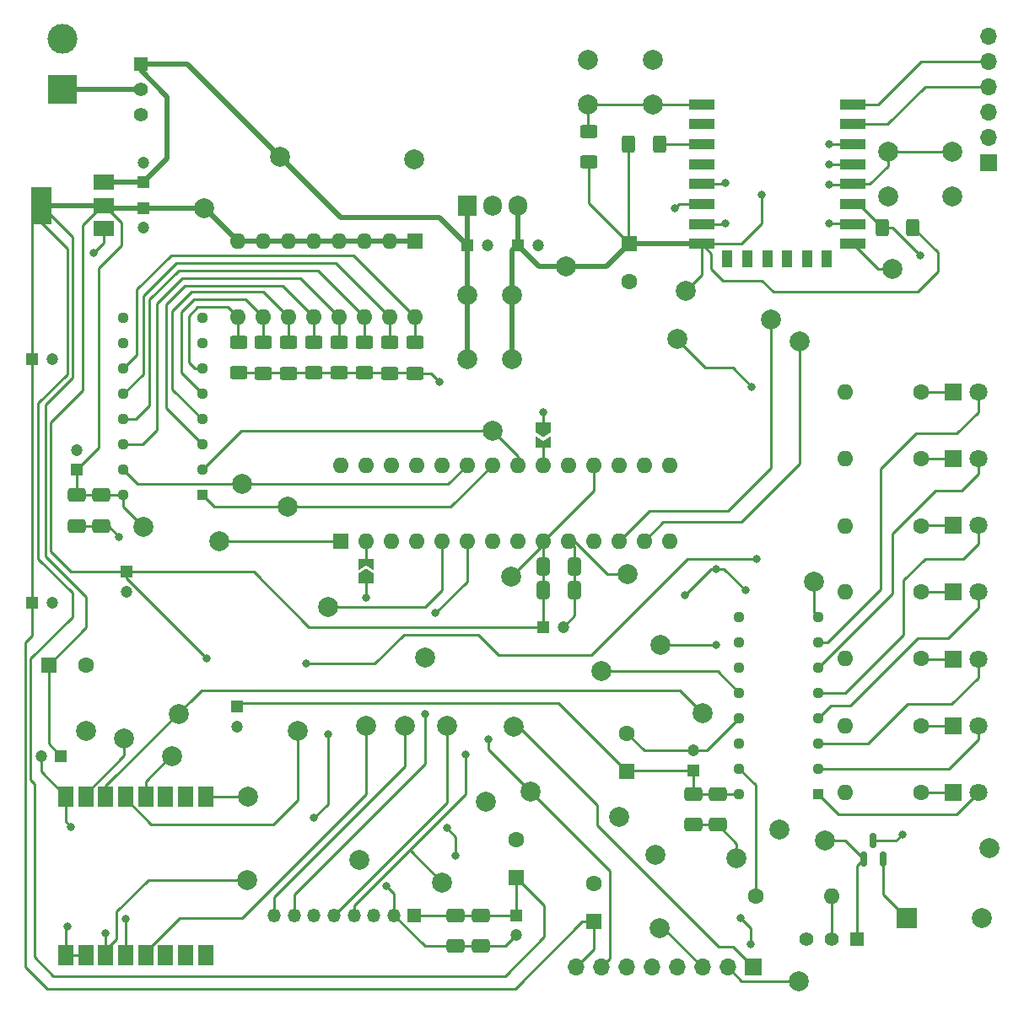
<source format=gbr>
%TF.GenerationSoftware,KiCad,Pcbnew,7.0.10*%
%TF.CreationDate,2024-02-21T03:28:03-08:00*%
%TF.ProjectId,b1,62312e6b-6963-4616-945f-706362585858,1*%
%TF.SameCoordinates,Original*%
%TF.FileFunction,Copper,L1,Top*%
%TF.FilePolarity,Positive*%
%FSLAX46Y46*%
G04 Gerber Fmt 4.6, Leading zero omitted, Abs format (unit mm)*
G04 Created by KiCad (PCBNEW 7.0.10) date 2024-02-21 03:28:03*
%MOMM*%
%LPD*%
G01*
G04 APERTURE LIST*
G04 Aperture macros list*
%AMRoundRect*
0 Rectangle with rounded corners*
0 $1 Rounding radius*
0 $2 $3 $4 $5 $6 $7 $8 $9 X,Y pos of 4 corners*
0 Add a 4 corners polygon primitive as box body*
4,1,4,$2,$3,$4,$5,$6,$7,$8,$9,$2,$3,0*
0 Add four circle primitives for the rounded corners*
1,1,$1+$1,$2,$3*
1,1,$1+$1,$4,$5*
1,1,$1+$1,$6,$7*
1,1,$1+$1,$8,$9*
0 Add four rect primitives between the rounded corners*
20,1,$1+$1,$2,$3,$4,$5,0*
20,1,$1+$1,$4,$5,$6,$7,0*
20,1,$1+$1,$6,$7,$8,$9,0*
20,1,$1+$1,$8,$9,$2,$3,0*%
%AMFreePoly0*
4,1,6,1.000000,0.000000,0.500000,-0.750000,-0.500000,-0.750000,-0.500000,0.750000,0.500000,0.750000,1.000000,0.000000,1.000000,0.000000,$1*%
%AMFreePoly1*
4,1,6,0.500000,-0.750000,-0.650000,-0.750000,-0.150000,0.000000,-0.650000,0.750000,0.500000,0.750000,0.500000,-0.750000,0.500000,-0.750000,$1*%
G04 Aperture macros list end*
%TA.AperFunction,SMDPad,CuDef*%
%ADD10R,2.000000X1.500000*%
%TD*%
%TA.AperFunction,SMDPad,CuDef*%
%ADD11R,2.000000X3.800000*%
%TD*%
%TA.AperFunction,ComponentPad*%
%ADD12R,1.350000X1.350000*%
%TD*%
%TA.AperFunction,ComponentPad*%
%ADD13O,1.350000X1.350000*%
%TD*%
%TA.AperFunction,SMDPad,CuDef*%
%ADD14R,1.500000X2.000000*%
%TD*%
%TA.AperFunction,ComponentPad*%
%ADD15C,1.130000*%
%TD*%
%TA.AperFunction,ComponentPad*%
%ADD16R,1.130000X1.130000*%
%TD*%
%TA.AperFunction,ComponentPad*%
%ADD17O,1.600000X1.600000*%
%TD*%
%TA.AperFunction,ComponentPad*%
%ADD18R,1.600000X1.600000*%
%TD*%
%TA.AperFunction,SMDPad,CuDef*%
%ADD19R,2.500000X1.000000*%
%TD*%
%TA.AperFunction,SMDPad,CuDef*%
%ADD20R,1.000000X1.800000*%
%TD*%
%TA.AperFunction,ComponentPad*%
%ADD21O,1.905000X2.000000*%
%TD*%
%TA.AperFunction,ComponentPad*%
%ADD22R,1.905000X2.000000*%
%TD*%
%TA.AperFunction,ComponentPad*%
%ADD23C,2.000000*%
%TD*%
%TA.AperFunction,ComponentPad*%
%ADD24R,1.408000X1.408000*%
%TD*%
%TA.AperFunction,ComponentPad*%
%ADD25C,1.408000*%
%TD*%
%TA.AperFunction,ComponentPad*%
%ADD26C,1.600000*%
%TD*%
%TA.AperFunction,SMDPad,CuDef*%
%ADD27RoundRect,0.250000X-0.625000X0.400000X-0.625000X-0.400000X0.625000X-0.400000X0.625000X0.400000X0*%
%TD*%
%TA.AperFunction,SMDPad,CuDef*%
%ADD28RoundRect,0.250000X-0.400000X-0.625000X0.400000X-0.625000X0.400000X0.625000X-0.400000X0.625000X0*%
%TD*%
%TA.AperFunction,SMDPad,CuDef*%
%ADD29RoundRect,0.150000X0.150000X-0.587500X0.150000X0.587500X-0.150000X0.587500X-0.150000X-0.587500X0*%
%TD*%
%TA.AperFunction,ComponentPad*%
%ADD30R,1.700000X1.700000*%
%TD*%
%TA.AperFunction,ComponentPad*%
%ADD31O,1.700000X1.700000*%
%TD*%
%TA.AperFunction,SMDPad,CuDef*%
%ADD32FreePoly0,270.000000*%
%TD*%
%TA.AperFunction,SMDPad,CuDef*%
%ADD33FreePoly1,270.000000*%
%TD*%
%TA.AperFunction,SMDPad,CuDef*%
%ADD34FreePoly0,90.000000*%
%TD*%
%TA.AperFunction,SMDPad,CuDef*%
%ADD35FreePoly1,90.000000*%
%TD*%
%TA.AperFunction,ComponentPad*%
%ADD36R,3.000000X3.000000*%
%TD*%
%TA.AperFunction,ComponentPad*%
%ADD37C,3.000000*%
%TD*%
%TA.AperFunction,ComponentPad*%
%ADD38R,1.800000X1.800000*%
%TD*%
%TA.AperFunction,ComponentPad*%
%ADD39C,1.800000*%
%TD*%
%TA.AperFunction,SMDPad,CuDef*%
%ADD40RoundRect,0.250000X-0.650000X0.412500X-0.650000X-0.412500X0.650000X-0.412500X0.650000X0.412500X0*%
%TD*%
%TA.AperFunction,ComponentPad*%
%ADD41C,1.200000*%
%TD*%
%TA.AperFunction,ComponentPad*%
%ADD42R,1.200000X1.200000*%
%TD*%
%TA.AperFunction,SMDPad,CuDef*%
%ADD43RoundRect,0.250000X-0.412500X-0.650000X0.412500X-0.650000X0.412500X0.650000X-0.412500X0.650000X0*%
%TD*%
%TA.AperFunction,ComponentPad*%
%ADD44R,2.000000X2.000000*%
%TD*%
%TA.AperFunction,ViaPad*%
%ADD45C,0.800000*%
%TD*%
%TA.AperFunction,Conductor*%
%ADD46C,0.250000*%
%TD*%
%TA.AperFunction,Conductor*%
%ADD47C,0.500000*%
%TD*%
G04 APERTURE END LIST*
D10*
%TO.P,U2,3,VI*%
%TO.N,/VRAW*%
X103988000Y-61170600D03*
%TO.P,U2,2,VO*%
%TO.N,/3V3*%
X103988000Y-63470600D03*
D11*
X97688000Y-63470600D03*
D10*
%TO.P,U2,1,GND*%
%TO.N,GND*%
X103988000Y-65770600D03*
%TD*%
D12*
%TO.P,U8,8,VCC*%
%TO.N,/3V3*%
X135095000Y-134747000D03*
D13*
%TO.P,U8,7,GND*%
%TO.N,GND*%
X133095000Y-134747000D03*
%TO.P,U8,6,DIN*%
%TO.N,/MOSI*%
X131095000Y-134747000D03*
%TO.P,U8,5,CLK*%
%TO.N,/SCLK*%
X129095000Y-134747000D03*
%TO.P,U8,4,~{CS}*%
%TO.N,/E-Paper/~{CS}*%
X127095000Y-134747000D03*
%TO.P,U8,3,DC*%
%TO.N,/E-Paper/DC*%
X125095000Y-134747000D03*
%TO.P,U8,2,~{RST}*%
%TO.N,/E-Paper/~{RST}*%
X123095000Y-134747000D03*
%TO.P,U8,1,BUSY*%
%TO.N,/E-Paper/BUSY*%
X121095000Y-134747000D03*
%TD*%
D14*
%TO.P,U7,16,GND*%
%TO.N,GND*%
X100188000Y-122810000D03*
%TO.P,U7,15,~{NSS}*%
%TO.N,/LoRa/~{NSS}*%
X102188000Y-122810000D03*
%TO.P,U7,14,MOSI*%
%TO.N,/MOSI*%
X104188000Y-122810000D03*
%TO.P,U7,13,MISO*%
%TO.N,/MISO*%
X106188000Y-122810000D03*
%TO.P,U7,12,SCK*%
%TO.N,/SCLK*%
X108188000Y-122810000D03*
%TO.P,U7,11,DIO5*%
%TO.N,unconnected-(U7-DIO5-Pad11)*%
X110188000Y-122810000D03*
%TO.P,U7,10,DIO4*%
%TO.N,unconnected-(U7-DIO4-Pad10)*%
X112188000Y-122810000D03*
%TO.P,U7,9,GND*%
%TO.N,GND*%
X114188000Y-122810000D03*
%TO.P,U7,8,DIO3*%
%TO.N,unconnected-(U7-DIO3-Pad8)*%
X114188000Y-138810000D03*
%TO.P,U7,7,DIO2*%
%TO.N,unconnected-(U7-DIO2-Pad7)*%
X112188000Y-138810000D03*
%TO.P,U7,6,DIO1*%
%TO.N,unconnected-(U7-DIO1-Pad6)*%
X110188000Y-138810000D03*
%TO.P,U7,5,DIO0*%
%TO.N,/LoRa/DIO0*%
X108188000Y-138810000D03*
%TO.P,U7,4,~{RESET}*%
%TO.N,/LoRa/~{RESET}*%
X106188000Y-138810000D03*
%TO.P,U7,3,VDD*%
%TO.N,/3V3*%
X104188000Y-138810000D03*
%TO.P,U7,2,GND*%
%TO.N,GND*%
X102188000Y-138810000D03*
%TO.P,U7,1,GND*%
X100188000Y-138810000D03*
%TD*%
D15*
%TO.P,U6,16,VCC*%
%TO.N,/3V3*%
X167767000Y-122555000D03*
%TO.P,U6,15,QA*%
%TO.N,Net-(U6-QA)*%
X167767000Y-120015000D03*
%TO.P,U6,14,SER*%
%TO.N,/MOSI*%
X167767000Y-117475000D03*
%TO.P,U6,13,~{OE}*%
%TO.N,GND*%
X167767000Y-114935000D03*
%TO.P,U6,12,RCLK*%
%TO.N,/Status Block/RCLK*%
X167767000Y-112395000D03*
%TO.P,U6,11,SRCLK*%
%TO.N,/SCLK*%
X167767000Y-109855000D03*
%TO.P,U6,10,~{SRCLR}*%
%TO.N,/3V3*%
X167767000Y-107315000D03*
%TO.P,U6,9,QH'*%
%TO.N,unconnected-(U6-QH'-Pad9)*%
X167767000Y-104775000D03*
%TO.P,U6,8,GND*%
%TO.N,GND*%
X175707000Y-104775000D03*
%TO.P,U6,7,QH*%
%TO.N,Net-(D7-A)*%
X175707000Y-107315000D03*
%TO.P,U6,6,QG*%
%TO.N,Net-(D6-A)*%
X175707000Y-109855000D03*
%TO.P,U6,5,QF*%
%TO.N,Net-(D5-A)*%
X175707000Y-112395000D03*
%TO.P,U6,4,QE*%
%TO.N,Net-(D4-A)*%
X175707000Y-114935000D03*
%TO.P,U6,3,QD*%
%TO.N,Net-(D3-A)*%
X175707000Y-117475000D03*
%TO.P,U6,2,QC*%
%TO.N,Net-(D2-A)*%
X175707000Y-120015000D03*
D16*
%TO.P,U6,1,QB*%
%TO.N,Net-(D1-A)*%
X175707000Y-122555000D03*
%TD*%
%TO.P,U5,1,~{PL}*%
%TO.N,/BID Register/~{PL}*%
X113881500Y-92573000D03*
D15*
%TO.P,U5,2,CP*%
%TO.N,/BID Register/CP*%
X113881500Y-90033000D03*
%TO.P,U5,3,D4*%
%TO.N,Net-(U5-D4)*%
X113881500Y-87493000D03*
%TO.P,U5,4,D5*%
%TO.N,Net-(U5-D5)*%
X113881500Y-84953000D03*
%TO.P,U5,5,D6*%
%TO.N,Net-(U5-D6)*%
X113881500Y-82413000D03*
%TO.P,U5,6,D7*%
%TO.N,Net-(U5-D7)*%
X113881500Y-79873000D03*
%TO.P,U5,7,~{Q7}*%
%TO.N,unconnected-(U5-~{Q7}-Pad7)*%
X113881500Y-77333000D03*
%TO.P,U5,8,GND*%
%TO.N,GND*%
X113881500Y-74793000D03*
%TO.P,U5,9,Q7*%
%TO.N,/BID Register/Q7*%
X105941500Y-74793000D03*
%TO.P,U5,10,DS*%
%TO.N,unconnected-(U5-DS-Pad10)*%
X105941500Y-77333000D03*
%TO.P,U5,11,D0*%
%TO.N,Net-(U5-D0)*%
X105941500Y-79873000D03*
%TO.P,U5,12,D1*%
%TO.N,Net-(U5-D1)*%
X105941500Y-82413000D03*
%TO.P,U5,13,D2*%
%TO.N,Net-(U5-D2)*%
X105941500Y-84953000D03*
%TO.P,U5,14,D3*%
%TO.N,Net-(U5-D3)*%
X105941500Y-87493000D03*
%TO.P,U5,15,~{CE}*%
%TO.N,/BID Register/~{CE}*%
X105941500Y-90033000D03*
%TO.P,U5,16,VCC*%
%TO.N,/3V3*%
X105941500Y-92573000D03*
%TD*%
D17*
%TO.P,U4,28,GPA7*%
%TO.N,/LoRa/~{RESET}*%
X127762000Y-89535000D03*
%TO.P,U4,27,GPA6*%
%TO.N,/LoRa/~{NSS}*%
X130302000Y-89535000D03*
%TO.P,U4,26,GPA5*%
%TO.N,/Scanner/RST*%
X132842000Y-89535000D03*
%TO.P,U4,25,GPA4*%
%TO.N,/Scanner/~{SS}*%
X135382000Y-89535000D03*
%TO.P,U4,24,GPA3*%
%TO.N,/Status Block/RCLK*%
X137922000Y-89535000D03*
%TO.P,U4,23,GPA2*%
%TO.N,/BID Register/~{CE}*%
X140462000Y-89535000D03*
%TO.P,U4,22,GPA1*%
%TO.N,/BID Register/~{PL}*%
X143002000Y-89535000D03*
%TO.P,U4,21,GPA0*%
%TO.N,/BID Register/CP*%
X145542000Y-89535000D03*
%TO.P,U4,20,INTA*%
%TO.N,/Wi-Fi and MCU/INTA*%
X148082000Y-89535000D03*
%TO.P,U4,19,INTB*%
%TO.N,/Wi-Fi and MCU/INTB*%
X150622000Y-89535000D03*
%TO.P,U4,18,~{RESET}*%
%TO.N,/3V3*%
X153162000Y-89535000D03*
%TO.P,U4,17,A2*%
%TO.N,GND*%
X155702000Y-89535000D03*
%TO.P,U4,16,A1*%
X158242000Y-89535000D03*
%TO.P,U4,15,A0*%
X160782000Y-89535000D03*
%TO.P,U4,14,NC*%
%TO.N,unconnected-(U4-NC-Pad14)*%
X160782000Y-97155000D03*
%TO.P,U4,13,SDA*%
%TO.N,Net-(U3-GPIO4)*%
X158242000Y-97155000D03*
%TO.P,U4,12,SCK*%
%TO.N,Net-(U3-GPIO5)*%
X155702000Y-97155000D03*
%TO.P,U4,11,NC*%
%TO.N,unconnected-(U4-NC-Pad11)*%
X153162000Y-97155000D03*
%TO.P,U4,10,VSS*%
%TO.N,GND*%
X150622000Y-97155000D03*
%TO.P,U4,9,VDD*%
%TO.N,/3V3*%
X148082000Y-97155000D03*
%TO.P,U4,8,GPB7*%
%TO.N,/Wi-Fi and MCU/GPB7*%
X145542000Y-97155000D03*
%TO.P,U4,7,GPB6*%
%TO.N,/Wi-Fi and MCU/GPB6*%
X143002000Y-97155000D03*
%TO.P,U4,6,GPB5*%
%TO.N,/E-Paper/~{RST}*%
X140462000Y-97155000D03*
%TO.P,U4,5,GPB4*%
%TO.N,/E-Paper/DC*%
X137922000Y-97155000D03*
%TO.P,U4,4,GPB3*%
%TO.N,/E-Paper/~{CS}*%
X135382000Y-97155000D03*
%TO.P,U4,3,GPB2*%
%TO.N,/E-Paper/BUSY*%
X132842000Y-97155000D03*
%TO.P,U4,2,GPB1*%
%TO.N,/Wi-Fi and MCU/GPB1*%
X130302000Y-97155000D03*
D18*
%TO.P,U4,1,GPB0*%
%TO.N,/BID Register/Q7*%
X127762000Y-97155000D03*
%TD*%
D19*
%TO.P,U3,1,~{RST}*%
%TO.N,Net-(U3-~{RST})*%
X163977000Y-53327000D03*
%TO.P,U3,2,ADC*%
%TO.N,unconnected-(U3-ADC-Pad2)*%
X163977000Y-55327000D03*
%TO.P,U3,3,EN*%
%TO.N,Net-(U3-EN)*%
X163977000Y-57327000D03*
%TO.P,U3,4,GPIO16*%
%TO.N,/Wi-Fi and MCU/GPIO16*%
X163977000Y-59327000D03*
%TO.P,U3,5,GPIO14*%
%TO.N,/SCLK*%
X163977000Y-61327000D03*
%TO.P,U3,6,GPIO12*%
%TO.N,/MISO*%
X163977000Y-63327000D03*
%TO.P,U3,7,GPIO13*%
%TO.N,/MOSI*%
X163977000Y-65327000D03*
%TO.P,U3,8,VCC*%
%TO.N,/5V*%
X163977000Y-67327000D03*
D20*
%TO.P,U3,9,CS0*%
%TO.N,unconnected-(U3-CS0-Pad9)*%
X166577000Y-68827000D03*
%TO.P,U3,10,MISO*%
%TO.N,unconnected-(U3-MISO-Pad10)*%
X168577000Y-68827000D03*
%TO.P,U3,11,GPIO9*%
%TO.N,unconnected-(U3-GPIO9-Pad11)*%
X170577000Y-68827000D03*
%TO.P,U3,12,GPIO10*%
%TO.N,unconnected-(U3-GPIO10-Pad12)*%
X172577000Y-68827000D03*
%TO.P,U3,13,MOSI*%
%TO.N,unconnected-(U3-MOSI-Pad13)*%
X174577000Y-68827000D03*
%TO.P,U3,14,SCLK*%
%TO.N,unconnected-(U3-SCLK-Pad14)*%
X176577000Y-68827000D03*
D19*
%TO.P,U3,15,GND*%
%TO.N,GND*%
X179177000Y-67327000D03*
%TO.P,U3,16,GPIO15*%
%TO.N,/Wi-Fi and MCU/GPIO15*%
X179177000Y-65327000D03*
%TO.P,U3,17,GPIO2*%
%TO.N,/Status Block/BUZZ*%
X179177000Y-63327000D03*
%TO.P,U3,18,GPIO0*%
%TO.N,/Wi-Fi and MCU/GPIO0*%
X179177000Y-61327000D03*
%TO.P,U3,19,GPIO4*%
%TO.N,Net-(U3-GPIO4)*%
X179177000Y-59327000D03*
%TO.P,U3,20,GPIO5*%
%TO.N,Net-(U3-GPIO5)*%
X179177000Y-57327000D03*
%TO.P,U3,21,GPIO3/RXD*%
%TO.N,Net-(J1-TX)*%
X179177000Y-55327000D03*
%TO.P,U3,22,GPIO1/TXD*%
%TO.N,Net-(J1-RX)*%
X179177000Y-53327000D03*
%TD*%
D21*
%TO.P,U1,3,OUT*%
%TO.N,/5V*%
X145542000Y-63459000D03*
%TO.P,U1,2,GND*%
%TO.N,GND*%
X143002000Y-63459000D03*
D22*
%TO.P,U1,1,IN*%
%TO.N,/VRAW*%
X140462000Y-63459000D03*
%TD*%
D23*
%TO.P,TP51,1,1*%
%TO.N,GND*%
X129667000Y-129159000D03*
%TD*%
%TO.P,TP50,1,1*%
%TO.N,/E-Paper/~{CS}*%
X138430000Y-115697000D03*
%TD*%
%TO.P,TP49,1,1*%
%TO.N,/E-Paper/DC*%
X126492000Y-103759000D03*
%TD*%
%TO.P,TP48,1,1*%
%TO.N,/E-Paper/~{RST}*%
X136271000Y-108839000D03*
%TD*%
%TO.P,TP47,1,1*%
%TO.N,/E-Paper/BUSY*%
X134239000Y-115697000D03*
%TD*%
%TO.P,TP46,1,1*%
%TO.N,/3V3*%
X155702000Y-124841000D03*
%TD*%
%TO.P,TP45,1,1*%
%TO.N,GND*%
X118491000Y-122809000D03*
%TD*%
%TO.P,TP44,1,1*%
%TO.N,/LoRa/~{RESET}*%
X102235000Y-116205000D03*
%TD*%
%TO.P,TP43,1,1*%
%TO.N,/LoRa/~{NSS}*%
X106045000Y-116967000D03*
%TD*%
%TO.P,TP42,1,1*%
%TO.N,/LoRa/DIO0*%
X130302000Y-115697000D03*
%TD*%
%TO.P,TP41,1,1*%
%TO.N,/3V3*%
X118364000Y-131191000D03*
%TD*%
%TO.P,TP40,1,1*%
%TO.N,GND*%
X167513000Y-129032000D03*
%TD*%
%TO.P,TP39,1,1*%
%TO.N,/Scanner/RST*%
X146812000Y-122301000D03*
%TD*%
%TO.P,TP38,1,1*%
%TO.N,/Scanner/~{SS}*%
X145161000Y-115824000D03*
%TD*%
%TO.P,TP37,1,1*%
%TO.N,/3V3*%
X159385000Y-128651000D03*
%TD*%
%TO.P,TP36,1,1*%
%TO.N,Net-(Q1-B)*%
X176403000Y-127254000D03*
%TD*%
%TO.P,TP35,1,1*%
%TO.N,GND*%
X175260000Y-101219000D03*
%TD*%
%TO.P,TP34,1,1*%
%TO.N,Net-(BZ1-+)*%
X192913000Y-128016000D03*
%TD*%
%TO.P,TP33,1,1*%
%TO.N,/Status Block/RCLK*%
X153924000Y-110236000D03*
%TD*%
%TO.P,TP32,1,1*%
%TO.N,/3V3*%
X171831000Y-126111000D03*
%TD*%
%TO.P,TP30,1,1*%
%TO.N,/BID Register/~{CE}*%
X117856000Y-91440000D03*
%TD*%
%TO.P,TP29,1,1*%
%TO.N,/BID Register/CP*%
X143002000Y-86106000D03*
%TD*%
%TO.P,TP28,1,1*%
%TO.N,/BID Register/~{PL}*%
X122428000Y-93726000D03*
%TD*%
%TO.P,TP27,1,1*%
%TO.N,/BID Register/Q7*%
X115570000Y-97155000D03*
%TD*%
%TO.P,TP26,1,1*%
%TO.N,/3V3*%
X107950000Y-95758000D03*
%TD*%
%TO.P,TP25,1,1*%
%TO.N,GND*%
X156591000Y-100457000D03*
%TD*%
%TO.P,TP24,1,1*%
%TO.N,GND*%
X183134000Y-69850000D03*
%TD*%
%TO.P,TP23,1,1*%
%TO.N,Net-(U3-GPIO5)*%
X170942000Y-74930000D03*
%TD*%
%TO.P,TP22,1,1*%
%TO.N,Net-(U3-GPIO4)*%
X173863000Y-77089000D03*
%TD*%
%TO.P,TP21,1,1*%
%TO.N,/5V*%
X162433000Y-72009000D03*
%TD*%
%TO.P,TP20,1,1*%
%TO.N,/3V3*%
X144907000Y-100711000D03*
%TD*%
%TO.P,TP18,1,1*%
%TO.N,/MOSI*%
X159766000Y-136017000D03*
%TD*%
%TO.P,TP14,1,1*%
%TO.N,/MOSI*%
X142367000Y-123317000D03*
%TD*%
%TO.P,TP13,1,1*%
%TO.N,/MISO*%
X161544000Y-76835000D03*
%TD*%
%TO.P,TP12,1,1*%
%TO.N,/MOSI*%
X111506000Y-114554000D03*
%TD*%
%TO.P,TP11,1,1*%
%TO.N,/MISO*%
X123444000Y-116205000D03*
%TD*%
%TO.P,TP10,1,1*%
%TO.N,/MOSI*%
X164084000Y-114427000D03*
%TD*%
%TO.P,TP9,1,1*%
%TO.N,/SCLK*%
X137922000Y-131445000D03*
%TD*%
%TO.P,TP7,1,1*%
%TO.N,/SCLK*%
X173736000Y-141351000D03*
%TD*%
%TO.P,TP6,1,1*%
%TO.N,/SCLK*%
X110871000Y-118745000D03*
%TD*%
%TO.P,TP5,1,1*%
%TO.N,/SCLK*%
X159893000Y-107569000D03*
%TD*%
%TO.P,TP4,1,1*%
%TO.N,GND*%
X135128000Y-58801000D03*
%TD*%
%TO.P,TP3,1,1*%
%TO.N,/VRAW*%
X121666000Y-58547000D03*
%TD*%
%TO.P,TP2,1,1*%
%TO.N,/3V3*%
X114046000Y-63754000D03*
%TD*%
%TO.P,TP1,1,1*%
%TO.N,/5V*%
X150368000Y-69596000D03*
%TD*%
D24*
%TO.P,SW6,1,A*%
%TO.N,Net-(Q1-B)*%
X179578000Y-137128000D03*
D25*
%TO.P,SW6,2,B*%
%TO.N,Net-(SW6-B)*%
X177038000Y-137128000D03*
%TO.P,SW6,3,C*%
%TO.N,GND*%
X174498000Y-137128000D03*
%TD*%
D18*
%TO.P,SW5,1*%
%TO.N,/3V3*%
X135255000Y-67056000D03*
D17*
%TO.P,SW5,2*%
X132715000Y-67056000D03*
%TO.P,SW5,3*%
X130175000Y-67056000D03*
%TO.P,SW5,4*%
X127635000Y-67056000D03*
%TO.P,SW5,5*%
X125095000Y-67056000D03*
%TO.P,SW5,6*%
X122555000Y-67056000D03*
%TO.P,SW5,7*%
X120015000Y-67056000D03*
%TO.P,SW5,8*%
X117475000Y-67056000D03*
%TO.P,SW5,9*%
%TO.N,Net-(U5-D7)*%
X117475000Y-74676000D03*
%TO.P,SW5,10*%
%TO.N,Net-(U5-D6)*%
X120015000Y-74676000D03*
%TO.P,SW5,11*%
%TO.N,Net-(U5-D5)*%
X122555000Y-74676000D03*
%TO.P,SW5,12*%
%TO.N,Net-(U5-D4)*%
X125095000Y-74676000D03*
%TO.P,SW5,13*%
%TO.N,Net-(U5-D3)*%
X127635000Y-74676000D03*
%TO.P,SW5,14*%
%TO.N,Net-(U5-D2)*%
X130175000Y-74676000D03*
%TO.P,SW5,15*%
%TO.N,Net-(U5-D1)*%
X132715000Y-74676000D03*
%TO.P,SW5,16*%
%TO.N,Net-(U5-D0)*%
X135255000Y-74676000D03*
%TD*%
D23*
%TO.P,SW4,1,1*%
%TO.N,GND*%
X182678000Y-62575000D03*
X189178000Y-62575000D03*
%TO.P,SW4,2,2*%
%TO.N,/Wi-Fi and MCU/GPIO0*%
X189178000Y-58075000D03*
X182678000Y-58075000D03*
%TD*%
%TO.P,SW3,1,1*%
%TO.N,GND*%
X159115000Y-48833000D03*
X152615000Y-48833000D03*
%TO.P,SW3,2,2*%
%TO.N,Net-(U3-~{RST})*%
X152615000Y-53333000D03*
X159115000Y-53333000D03*
%TD*%
%TO.P,SW2,1,1*%
%TO.N,/5V*%
X144962000Y-78942000D03*
X144962000Y-72442000D03*
%TO.P,SW2,2,2*%
%TO.N,/VRAW*%
X140462000Y-72442000D03*
X140462000Y-78942000D03*
%TD*%
D24*
%TO.P,SW1,1,A*%
%TO.N,/VRAW*%
X107664000Y-49276000D03*
D25*
%TO.P,SW1,2,B*%
%TO.N,Net-(J2-Pin_1)*%
X107664000Y-51816000D03*
%TO.P,SW1,3,C*%
%TO.N,unconnected-(SW1-C-Pad3)*%
X107664000Y-54356000D03*
%TD*%
D26*
%TO.P,R21,1*%
%TO.N,Net-(U6-QA)*%
X169418000Y-132842000D03*
D17*
%TO.P,R21,2*%
%TO.N,Net-(SW6-B)*%
X177038000Y-132842000D03*
%TD*%
D26*
%TO.P,R20,1*%
%TO.N,Net-(D7-K)*%
X186055000Y-82169000D03*
D17*
%TO.P,R20,2*%
%TO.N,GND*%
X178435000Y-82169000D03*
%TD*%
D26*
%TO.P,R19,1*%
%TO.N,Net-(D6-K)*%
X186055000Y-88900000D03*
D17*
%TO.P,R19,2*%
%TO.N,GND*%
X178435000Y-88900000D03*
%TD*%
D26*
%TO.P,R18,1*%
%TO.N,Net-(D5-K)*%
X186055000Y-95631000D03*
D17*
%TO.P,R18,2*%
%TO.N,GND*%
X178435000Y-95631000D03*
%TD*%
D26*
%TO.P,R17,1*%
%TO.N,Net-(D4-K)*%
X186055000Y-102235000D03*
D17*
%TO.P,R17,2*%
%TO.N,GND*%
X178435000Y-102235000D03*
%TD*%
D26*
%TO.P,R16,1*%
%TO.N,Net-(D3-K)*%
X186055000Y-108966000D03*
D17*
%TO.P,R16,2*%
%TO.N,GND*%
X178435000Y-108966000D03*
%TD*%
D26*
%TO.P,R15,1*%
%TO.N,Net-(D2-K)*%
X186055000Y-115697000D03*
D17*
%TO.P,R15,2*%
%TO.N,GND*%
X178435000Y-115697000D03*
%TD*%
%TO.P,R14,2*%
%TO.N,GND*%
X178435000Y-122428000D03*
D26*
%TO.P,R14,1*%
%TO.N,Net-(D1-K)*%
X186055000Y-122428000D03*
%TD*%
D27*
%TO.P,R13,1*%
%TO.N,Net-(U5-D7)*%
X117511000Y-77190000D03*
%TO.P,R13,2*%
%TO.N,GND*%
X117511000Y-80290000D03*
%TD*%
%TO.P,R12,1*%
%TO.N,Net-(U5-D6)*%
X120015000Y-77216000D03*
%TO.P,R12,2*%
%TO.N,GND*%
X120015000Y-80316000D03*
%TD*%
%TO.P,R11,1*%
%TO.N,Net-(U5-D5)*%
X122555000Y-77216000D03*
%TO.P,R11,2*%
%TO.N,GND*%
X122555000Y-80316000D03*
%TD*%
%TO.P,R10,1*%
%TO.N,Net-(U5-D4)*%
X125095000Y-77190000D03*
%TO.P,R10,2*%
%TO.N,GND*%
X125095000Y-80290000D03*
%TD*%
%TO.P,R9,1*%
%TO.N,Net-(U5-D3)*%
X127635000Y-77190000D03*
%TO.P,R9,2*%
%TO.N,GND*%
X127635000Y-80290000D03*
%TD*%
%TO.P,R8,1*%
%TO.N,Net-(U5-D2)*%
X130175000Y-77190000D03*
%TO.P,R8,2*%
%TO.N,GND*%
X130175000Y-80290000D03*
%TD*%
%TO.P,R7,1*%
%TO.N,Net-(U5-D1)*%
X132715000Y-77216000D03*
%TO.P,R7,2*%
%TO.N,GND*%
X132715000Y-80316000D03*
%TD*%
%TO.P,R6,1*%
%TO.N,Net-(U5-D0)*%
X135255000Y-77216000D03*
%TO.P,R6,2*%
%TO.N,GND*%
X135255000Y-80316000D03*
%TD*%
D28*
%TO.P,R4,1*%
%TO.N,/5V*%
X156666000Y-57277000D03*
%TO.P,R4,2*%
%TO.N,Net-(U3-EN)*%
X159766000Y-57277000D03*
%TD*%
%TO.P,R2,1*%
%TO.N,/Status Block/BUZZ*%
X182092000Y-65659000D03*
%TO.P,R2,2*%
%TO.N,/5V*%
X185192000Y-65659000D03*
%TD*%
D27*
%TO.P,R1,1*%
%TO.N,Net-(U3-~{RST})*%
X152654000Y-56007000D03*
%TO.P,R1,2*%
%TO.N,/5V*%
X152654000Y-59107000D03*
%TD*%
D29*
%TO.P,Q1,1,B*%
%TO.N,Net-(Q1-B)*%
X180279000Y-129129000D03*
%TO.P,Q1,2,E*%
%TO.N,Net-(BZ1-+)*%
X182179000Y-129129000D03*
%TO.P,Q1,3,C*%
%TO.N,/Status Block/BUZZ*%
X181229000Y-127254000D03*
%TD*%
D30*
%TO.P,P1,1,SDA*%
%TO.N,/Scanner/~{SS}*%
X169164000Y-139954000D03*
D31*
%TO.P,P1,2,SCK*%
%TO.N,/SCLK*%
X166624000Y-139954000D03*
%TO.P,P1,3,MOSI*%
%TO.N,/MOSI*%
X164084000Y-139954000D03*
%TO.P,P1,4,MISO*%
%TO.N,/MISO*%
X161544000Y-139954000D03*
%TO.P,P1,5,IRQ*%
%TO.N,unconnected-(P1-IRQ-Pad5)*%
X159004000Y-139954000D03*
%TO.P,P1,6,GND*%
%TO.N,GND*%
X156464000Y-139954000D03*
%TO.P,P1,7,RST*%
%TO.N,/Scanner/RST*%
X153924000Y-139954000D03*
%TO.P,P1,8,3.3V*%
%TO.N,/3V3*%
X151384000Y-139954000D03*
%TD*%
D32*
%TO.P,JP2,1,A*%
%TO.N,/LoRa/DIO0*%
X148082000Y-85799000D03*
D33*
%TO.P,JP2,2,B*%
%TO.N,/Wi-Fi and MCU/INTA*%
X148082000Y-87249000D03*
%TD*%
D34*
%TO.P,JP1,1,A*%
%TO.N,/LoRa/DIO0*%
X130302000Y-100891000D03*
D35*
%TO.P,JP1,2,B*%
%TO.N,/Wi-Fi and MCU/GPB1*%
X130302000Y-99441000D03*
%TD*%
D36*
%TO.P,J2,1,Pin_1*%
%TO.N,Net-(J2-Pin_1)*%
X99822000Y-51816000D03*
D37*
%TO.P,J2,2,Pin_2*%
%TO.N,GND*%
X99822000Y-46736000D03*
%TD*%
D30*
%TO.P,J1,1,GND*%
%TO.N,GND*%
X192786000Y-59182000D03*
D31*
%TO.P,J1,2,CTS*%
%TO.N,unconnected-(J1-CTS-Pad2)*%
X192786000Y-56642000D03*
%TO.P,J1,3,5V*%
%TO.N,unconnected-(J1-5V-Pad3)*%
X192786000Y-54102000D03*
%TO.P,J1,4,TX*%
%TO.N,Net-(J1-TX)*%
X192786000Y-51562000D03*
%TO.P,J1,5,RX*%
%TO.N,Net-(J1-RX)*%
X192786000Y-49022000D03*
%TO.P,J1,6,DTR*%
%TO.N,unconnected-(J1-DTR-Pad6)*%
X192786000Y-46482000D03*
%TD*%
D38*
%TO.P,D7,1,K*%
%TO.N,Net-(D7-K)*%
X189230000Y-82169000D03*
D39*
%TO.P,D7,2,A*%
%TO.N,Net-(D7-A)*%
X191770000Y-82169000D03*
%TD*%
%TO.P,D6,2,A*%
%TO.N,Net-(D6-A)*%
X191770000Y-88878833D03*
D38*
%TO.P,D6,1,K*%
%TO.N,Net-(D6-K)*%
X189230000Y-88878833D03*
%TD*%
D39*
%TO.P,D5,2,A*%
%TO.N,Net-(D5-A)*%
X191770000Y-95588666D03*
D38*
%TO.P,D5,1,K*%
%TO.N,Net-(D5-K)*%
X189230000Y-95588666D03*
%TD*%
%TO.P,D4,1,K*%
%TO.N,Net-(D4-K)*%
X189230000Y-102298499D03*
D39*
%TO.P,D4,2,A*%
%TO.N,Net-(D4-A)*%
X191770000Y-102298499D03*
%TD*%
D38*
%TO.P,D3,1,K*%
%TO.N,Net-(D3-K)*%
X189230000Y-109008332D03*
D39*
%TO.P,D3,2,A*%
%TO.N,Net-(D3-A)*%
X191770000Y-109008332D03*
%TD*%
D38*
%TO.P,D2,1,K*%
%TO.N,Net-(D2-K)*%
X189230000Y-115718165D03*
D39*
%TO.P,D2,2,A*%
%TO.N,Net-(D2-A)*%
X191770000Y-115718165D03*
%TD*%
D38*
%TO.P,D1,1,K*%
%TO.N,Net-(D1-K)*%
X189230000Y-122428000D03*
D39*
%TO.P,D1,2,A*%
%TO.N,Net-(D1-A)*%
X191770000Y-122428000D03*
%TD*%
D40*
%TO.P,C33,1*%
%TO.N,/3V3*%
X139319000Y-134747000D03*
%TO.P,C33,2*%
%TO.N,GND*%
X139319000Y-137872000D03*
%TD*%
%TO.P,C32,1*%
%TO.N,/3V3*%
X141859000Y-134747000D03*
%TO.P,C32,2*%
%TO.N,GND*%
X141859000Y-137872000D03*
%TD*%
D41*
%TO.P,C31,2*%
%TO.N,GND*%
X145415000Y-136747000D03*
D42*
%TO.P,C31,1*%
%TO.N,/3V3*%
X145415000Y-134747000D03*
%TD*%
D26*
%TO.P,C30,2*%
%TO.N,GND*%
X145415000Y-127161651D03*
D18*
%TO.P,C30,1*%
%TO.N,/3V3*%
X145415000Y-130961651D03*
%TD*%
D42*
%TO.P,C27,1*%
%TO.N,/3V3*%
X99695000Y-118745000D03*
D41*
%TO.P,C27,2*%
%TO.N,GND*%
X97695000Y-118745000D03*
%TD*%
D18*
%TO.P,C26,1*%
%TO.N,/3V3*%
X98435000Y-109601000D03*
D26*
%TO.P,C26,2*%
%TO.N,GND*%
X102235000Y-109601000D03*
%TD*%
D18*
%TO.P,C25,1*%
%TO.N,/3V3*%
X153162000Y-135382000D03*
D26*
%TO.P,C25,2*%
%TO.N,GND*%
X153162000Y-131582000D03*
%TD*%
D40*
%TO.P,C24,1*%
%TO.N,/3V3*%
X163195000Y-122555000D03*
%TO.P,C24,2*%
%TO.N,GND*%
X163195000Y-125680000D03*
%TD*%
%TO.P,C23,1*%
%TO.N,/3V3*%
X165608000Y-122555000D03*
%TO.P,C23,2*%
%TO.N,GND*%
X165608000Y-125680000D03*
%TD*%
D42*
%TO.P,C22,1*%
%TO.N,/3V3*%
X163195000Y-120225600D03*
D41*
%TO.P,C22,2*%
%TO.N,GND*%
X163195000Y-118225600D03*
%TD*%
D26*
%TO.P,C21,2*%
%TO.N,GND*%
X156464000Y-116469000D03*
D18*
%TO.P,C21,1*%
%TO.N,/3V3*%
X156464000Y-120269000D03*
%TD*%
D40*
%TO.P,C20,1*%
%TO.N,/3V3*%
X103721500Y-92573000D03*
%TO.P,C20,2*%
%TO.N,GND*%
X103721500Y-95698000D03*
%TD*%
%TO.P,C19,2*%
%TO.N,GND*%
X101308500Y-95698000D03*
%TO.P,C19,1*%
%TO.N,/3V3*%
X101308500Y-92573000D03*
%TD*%
D41*
%TO.P,C18,2*%
%TO.N,GND*%
X101308500Y-88033000D03*
D42*
%TO.P,C18,1*%
%TO.N,/3V3*%
X101308500Y-90033000D03*
%TD*%
D18*
%TO.P,C17,1*%
%TO.N,/5V*%
X156702000Y-67303000D03*
D26*
%TO.P,C17,2*%
%TO.N,GND*%
X156702000Y-71103000D03*
%TD*%
D43*
%TO.P,C16,1*%
%TO.N,/3V3*%
X148082000Y-99695000D03*
%TO.P,C16,2*%
%TO.N,GND*%
X151207000Y-99695000D03*
%TD*%
%TO.P,C15,1*%
%TO.N,/3V3*%
X148082000Y-102108000D03*
%TO.P,C15,2*%
%TO.N,GND*%
X151207000Y-102108000D03*
%TD*%
D42*
%TO.P,C14,1*%
%TO.N,/3V3*%
X148082000Y-105791000D03*
D41*
%TO.P,C14,2*%
%TO.N,GND*%
X150082000Y-105791000D03*
%TD*%
D42*
%TO.P,C10,1*%
%TO.N,/3V3*%
X96806000Y-78867000D03*
D41*
%TO.P,C10,2*%
%TO.N,GND*%
X98806000Y-78867000D03*
%TD*%
%TO.P,C9,2*%
%TO.N,GND*%
X117348000Y-115792000D03*
D42*
%TO.P,C9,1*%
%TO.N,/3V3*%
X117348000Y-113792000D03*
%TD*%
%TO.P,C8,1*%
%TO.N,/3V3*%
X106299000Y-100235000D03*
D41*
%TO.P,C8,2*%
%TO.N,GND*%
X106299000Y-102235000D03*
%TD*%
D42*
%TO.P,C7,1*%
%TO.N,/3V3*%
X107950000Y-63742600D03*
D41*
%TO.P,C7,2*%
%TO.N,GND*%
X107950000Y-65742600D03*
%TD*%
%TO.P,C6,2*%
%TO.N,GND*%
X107950000Y-59170600D03*
D42*
%TO.P,C6,1*%
%TO.N,/VRAW*%
X107950000Y-61170600D03*
%TD*%
%TO.P,C5,1*%
%TO.N,/3V3*%
X96817401Y-103378000D03*
D41*
%TO.P,C5,2*%
%TO.N,GND*%
X98817401Y-103378000D03*
%TD*%
D42*
%TO.P,C2,1*%
%TO.N,/5V*%
X145542000Y-67437000D03*
D41*
%TO.P,C2,2*%
%TO.N,GND*%
X147542000Y-67437000D03*
%TD*%
D42*
%TO.P,C1,1*%
%TO.N,/VRAW*%
X140462000Y-67437000D03*
D41*
%TO.P,C1,2*%
%TO.N,GND*%
X142462000Y-67437000D03*
%TD*%
D44*
%TO.P,BZ1,1,+*%
%TO.N,Net-(BZ1-+)*%
X184541000Y-135001000D03*
D23*
%TO.P,BZ1,2,-*%
%TO.N,GND*%
X192141000Y-135001000D03*
%TD*%
D45*
%TO.N,GND*%
X138430000Y-125984000D03*
X139319000Y-128778000D03*
X168910000Y-137668000D03*
X167894000Y-135001000D03*
X162306000Y-102616000D03*
X165481000Y-99949000D03*
X168402000Y-102108000D03*
X105537000Y-96774000D03*
X137668000Y-81153000D03*
X102997000Y-68199000D03*
X100330000Y-135890000D03*
X100711000Y-125857000D03*
%TO.N,/LoRa/DIO0*%
X130302000Y-102870000D03*
%TO.N,GND*%
X132334000Y-131826000D03*
%TO.N,/MISO*%
X169545000Y-98933000D03*
X124333000Y-109474000D03*
X161290000Y-63754000D03*
X169037000Y-81661000D03*
%TO.N,/Scanner/RST*%
X142621000Y-117094000D03*
%TO.N,/E-Paper/~{RST}*%
X137287000Y-104394000D03*
X136271000Y-114554000D03*
%TO.N,/SCLK*%
X140335000Y-118618000D03*
%TO.N,/E-Paper/DC*%
X125095000Y-124968000D03*
X126492000Y-116586000D03*
%TO.N,/5V*%
X170053000Y-62357000D03*
%TO.N,/3V3*%
X114300000Y-108966000D03*
X104178500Y-136563500D03*
%TO.N,Net-(U3-GPIO5)*%
X176784000Y-57327000D03*
%TO.N,Net-(U3-GPIO4)*%
X176784000Y-59327000D03*
%TO.N,/LoRa/DIO0*%
X148082000Y-84201000D03*
%TO.N,/LoRa/~{RESET}*%
X106188000Y-135128000D03*
%TO.N,/SCLK*%
X165481000Y-107569000D03*
%TO.N,/MOSI*%
X166370000Y-65278000D03*
%TO.N,/SCLK*%
X166370000Y-61214000D03*
%TO.N,/Status Block/BUZZ*%
X185928000Y-68453000D03*
X184150000Y-126619000D03*
%TO.N,/Wi-Fi and MCU/GPIO15*%
X176784000Y-65278000D03*
%TO.N,/Wi-Fi and MCU/GPIO0*%
X176784000Y-61341000D03*
%TD*%
D46*
%TO.N,GND*%
X138430000Y-125984000D02*
X139319000Y-126873000D01*
X139319000Y-126873000D02*
X139319000Y-128778000D01*
X167894000Y-135001000D02*
X168910000Y-136017000D01*
X168910000Y-136017000D02*
X168910000Y-137668000D01*
X168402000Y-102108000D02*
X166243000Y-99949000D01*
X166243000Y-99949000D02*
X165481000Y-99949000D01*
X162306000Y-102616000D02*
X164973000Y-99949000D01*
X164973000Y-99949000D02*
X165481000Y-99949000D01*
X139319000Y-137872000D02*
X136220000Y-137872000D01*
X136220000Y-137872000D02*
X133095000Y-134747000D01*
X163195000Y-118225600D02*
X158220600Y-118225600D01*
X158220600Y-118225600D02*
X156464000Y-116469000D01*
X151207000Y-102108000D02*
X151207000Y-104666000D01*
X151207000Y-104666000D02*
X150082000Y-105791000D01*
X104461000Y-95698000D02*
X105537000Y-96774000D01*
X103721500Y-95698000D02*
X104461000Y-95698000D01*
X141859000Y-137872000D02*
X144290000Y-137872000D01*
X144290000Y-137872000D02*
X145415000Y-136747000D01*
X163195000Y-118225600D02*
X164476400Y-118225600D01*
X164476400Y-118225600D02*
X167767000Y-114935000D01*
X101308500Y-95698000D02*
X103721500Y-95698000D01*
X141859000Y-137872000D02*
X139319000Y-137872000D01*
X167513000Y-129032000D02*
X167513000Y-127585000D01*
X167513000Y-127585000D02*
X165608000Y-125680000D01*
X163195000Y-125680000D02*
X165608000Y-125680000D01*
X136831000Y-80316000D02*
X137668000Y-81153000D01*
X135255000Y-80316000D02*
X136831000Y-80316000D01*
X117511000Y-80290000D02*
X135229000Y-80290000D01*
X135229000Y-80290000D02*
X135255000Y-80316000D01*
X103988000Y-67208000D02*
X102997000Y-68199000D01*
X103988000Y-65770600D02*
X103988000Y-67208000D01*
X97695000Y-118745000D02*
X97695000Y-120317000D01*
X97695000Y-120317000D02*
X100188000Y-122810000D01*
X100330000Y-135890000D02*
X100188000Y-136032000D01*
X100188000Y-136032000D02*
X100188000Y-138810000D01*
X100188000Y-125334000D02*
X100711000Y-125857000D01*
X100188000Y-122810000D02*
X100188000Y-125334000D01*
X102188000Y-138810000D02*
X100188000Y-138810000D01*
%TO.N,/Wi-Fi and MCU/GPB1*%
X130302000Y-99441000D02*
X130302000Y-97155000D01*
%TO.N,/LoRa/DIO0*%
X130302000Y-102870000D02*
X130302000Y-100891000D01*
%TO.N,/5V*%
X185192000Y-65659000D02*
X187706000Y-68173000D01*
X187706000Y-68173000D02*
X187706000Y-70104000D01*
X164973000Y-69850000D02*
X164973000Y-68323000D01*
X187706000Y-70104000D02*
X185674000Y-72136000D01*
X185674000Y-72136000D02*
X171196000Y-72136000D01*
X171196000Y-72136000D02*
X170053000Y-70993000D01*
X170053000Y-70993000D02*
X166116000Y-70993000D01*
X166116000Y-70993000D02*
X164973000Y-69850000D01*
X164973000Y-68323000D02*
X163977000Y-67327000D01*
%TO.N,/Scanner/~{SS}*%
X145161000Y-115824000D02*
X145669000Y-115824000D01*
X167164000Y-137922000D02*
X169164000Y-139922000D01*
X145669000Y-115824000D02*
X153543000Y-123698000D01*
X153543000Y-123698000D02*
X153543000Y-125730000D01*
X153543000Y-125730000D02*
X165735000Y-137922000D01*
X165735000Y-137922000D02*
X167164000Y-137922000D01*
X169164000Y-139922000D02*
X169164000Y-139954000D01*
%TO.N,/3V3*%
X104188000Y-138810000D02*
X104188000Y-138255000D01*
X104188000Y-138255000D02*
X105283000Y-137160000D01*
X105283000Y-137160000D02*
X105283000Y-134366000D01*
X105283000Y-134366000D02*
X108458000Y-131191000D01*
X108458000Y-131191000D02*
X118364000Y-131191000D01*
%TO.N,/Status Block/RCLK*%
X153924000Y-110236000D02*
X165608000Y-110236000D01*
%TO.N,GND*%
X150622000Y-97155000D02*
X151257000Y-97155000D01*
X151257000Y-97155000D02*
X154559000Y-100457000D01*
X154559000Y-100457000D02*
X156591000Y-100457000D01*
X151207000Y-102108000D02*
X151207000Y-97740000D01*
X151207000Y-97740000D02*
X150622000Y-97155000D01*
X133095000Y-134747000D02*
X133095000Y-132587000D01*
X133095000Y-132587000D02*
X132334000Y-131826000D01*
%TO.N,/SCLK*%
X137922000Y-131445000D02*
X134683500Y-128206500D01*
X129095000Y-134747000D02*
X129095000Y-133795000D01*
X129095000Y-133795000D02*
X134683500Y-128206500D01*
X134683500Y-128206500D02*
X140335000Y-122555000D01*
X140335000Y-122555000D02*
X140335000Y-118618000D01*
%TO.N,/E-Paper/~{RST}*%
X123095000Y-134747000D02*
X123095000Y-132683000D01*
X123095000Y-132683000D02*
X136271000Y-119507000D01*
X136271000Y-119507000D02*
X136271000Y-114554000D01*
%TO.N,/E-Paper/BUSY*%
X134239000Y-115697000D02*
X134239000Y-119761000D01*
X134239000Y-119761000D02*
X121095000Y-132905000D01*
X121095000Y-132905000D02*
X121095000Y-134747000D01*
%TO.N,/MOSI*%
X164084000Y-139954000D02*
X160147000Y-136017000D01*
X160147000Y-136017000D02*
X159766000Y-136017000D01*
%TO.N,/SCLK*%
X173736000Y-141351000D02*
X168021000Y-141351000D01*
X168021000Y-141351000D02*
X166624000Y-139954000D01*
%TO.N,Net-(Q1-B)*%
X180279000Y-129129000D02*
X178404000Y-127254000D01*
X178404000Y-127254000D02*
X176530000Y-127254000D01*
%TO.N,/3V3*%
X96806000Y-106648000D02*
X96806000Y-78867000D01*
X97409000Y-83312000D02*
X100330000Y-80391000D01*
X97409000Y-98933000D02*
X97409000Y-83312000D01*
X96647000Y-108966000D02*
X100838000Y-104775000D01*
X100838000Y-102362000D02*
X97409000Y-98933000D01*
X96647000Y-121158000D02*
X96647000Y-108966000D01*
X145415000Y-130961651D02*
X148209000Y-133755651D01*
X100838000Y-104775000D02*
X100838000Y-102362000D01*
X97028000Y-121539000D02*
X96647000Y-121158000D01*
X97028000Y-138938000D02*
X97028000Y-121539000D01*
X98933000Y-140843000D02*
X97028000Y-138938000D01*
X144272000Y-140843000D02*
X98933000Y-140843000D01*
X148209000Y-136906000D02*
X144272000Y-140843000D01*
X148209000Y-133755651D02*
X148209000Y-136906000D01*
X100330000Y-67818000D02*
X97688000Y-65176000D01*
X100330000Y-80391000D02*
X100330000Y-67818000D01*
X97688000Y-65176000D02*
X97688000Y-63470600D01*
X98435000Y-109601000D02*
X102235000Y-105801000D01*
X102235000Y-105801000D02*
X102235000Y-102743000D01*
X102235000Y-102743000D02*
X98171000Y-98679000D01*
X98171000Y-98679000D02*
X98171000Y-83439000D01*
X98171000Y-83439000D02*
X100838000Y-80772000D01*
X100838000Y-80772000D02*
X100838000Y-66620600D01*
X100838000Y-66620600D02*
X97688000Y-63470600D01*
X106299000Y-100235000D02*
X100659401Y-100235000D01*
X100659401Y-100235000D02*
X98679000Y-98254599D01*
X110998000Y-105664000D02*
X110998000Y-105625852D01*
X110998000Y-105625852D02*
X106299000Y-100926852D01*
X106299000Y-100926852D02*
X106299000Y-100235000D01*
X148082000Y-105791000D02*
X124587000Y-105791000D01*
X124587000Y-105791000D02*
X119031000Y-100235000D01*
X119031000Y-100235000D02*
X106299000Y-100235000D01*
X153162000Y-135382000D02*
X152019000Y-135382000D01*
X152019000Y-135382000D02*
X145288000Y-142113000D01*
X145288000Y-142113000D02*
X98298000Y-142113000D01*
X98298000Y-142113000D02*
X96139000Y-139954000D01*
X96139000Y-139954000D02*
X96139000Y-107315000D01*
X96139000Y-107315000D02*
X96806000Y-106648000D01*
X96806000Y-78867000D02*
X96806000Y-64352600D01*
X96806000Y-64352600D02*
X97688000Y-63470600D01*
X117348000Y-113792000D02*
X117729000Y-113411000D01*
X117729000Y-113411000D02*
X149606000Y-113411000D01*
X149606000Y-113411000D02*
X156464000Y-120269000D01*
%TO.N,/MISO*%
X124333000Y-109474000D02*
X131191000Y-109474000D01*
X131191000Y-109474000D02*
X134112000Y-106553000D01*
X134112000Y-106553000D02*
X141605000Y-106553000D01*
X141605000Y-106553000D02*
X143637000Y-108585000D01*
X143637000Y-108585000D02*
X152908000Y-108585000D01*
X152908000Y-108585000D02*
X162560000Y-98933000D01*
X162560000Y-98933000D02*
X169545000Y-98933000D01*
X164338000Y-79756000D02*
X161544000Y-76962000D01*
X169037000Y-81661000D02*
X167132000Y-79756000D01*
X167132000Y-79756000D02*
X164338000Y-79756000D01*
X161717000Y-63327000D02*
X161290000Y-63754000D01*
X163977000Y-63327000D02*
X161717000Y-63327000D01*
%TO.N,/Status Block/RCLK*%
X165608000Y-110236000D02*
X167767000Y-112395000D01*
%TO.N,/Scanner/RST*%
X142621000Y-117094000D02*
X142621000Y-118110000D01*
X154774000Y-139104000D02*
X153924000Y-139954000D01*
X142621000Y-118110000D02*
X154774000Y-130263000D01*
X154774000Y-130263000D02*
X154774000Y-139104000D01*
%TO.N,/MISO*%
X123444000Y-123190000D02*
X123444000Y-116205000D01*
X121031000Y-125603000D02*
X123444000Y-123190000D01*
X106188000Y-122810000D02*
X106188000Y-123060000D01*
X106188000Y-123060000D02*
X108731000Y-125603000D01*
X108731000Y-125603000D02*
X121031000Y-125603000D01*
%TO.N,/E-Paper/~{RST}*%
X137287000Y-104394000D02*
X140462000Y-101219000D01*
X140462000Y-101219000D02*
X140462000Y-97155000D01*
%TO.N,/E-Paper/DC*%
X126492000Y-123571000D02*
X125095000Y-124968000D01*
X126492000Y-116586000D02*
X126492000Y-123571000D01*
X137922000Y-97155000D02*
X137922000Y-102108000D01*
X137922000Y-102108000D02*
X136271000Y-103759000D01*
X136271000Y-103759000D02*
X126492000Y-103759000D01*
%TO.N,/3V3*%
X153162000Y-89535000D02*
X153162000Y-92075000D01*
X153162000Y-92075000D02*
X148082000Y-97155000D01*
X153162000Y-135382000D02*
X153162000Y-138176000D01*
X153162000Y-138176000D02*
X151384000Y-139954000D01*
X145415000Y-134747000D02*
X135095000Y-134747000D01*
X145415000Y-130961651D02*
X145415000Y-134747000D01*
D47*
X103988000Y-63470600D02*
X97688000Y-63470600D01*
D46*
%TO.N,/5V*%
X170053000Y-62357000D02*
X170053000Y-65278000D01*
X170053000Y-65278000D02*
X168004000Y-67327000D01*
X168004000Y-67327000D02*
X163977000Y-67327000D01*
%TO.N,/3V3*%
X114300000Y-108966000D02*
X110998000Y-105664000D01*
X98679000Y-98254599D02*
X98679000Y-85217000D01*
X98679000Y-85217000D02*
X101854000Y-82042000D01*
X101854000Y-82042000D02*
X101854000Y-65405000D01*
X101854000Y-65405000D02*
X103788400Y-63470600D01*
X103788400Y-63470600D02*
X103988000Y-63470600D01*
X98435000Y-109601000D02*
X98435000Y-117485000D01*
X98435000Y-117485000D02*
X99695000Y-118745000D01*
X104188000Y-136573000D02*
X104188000Y-138810000D01*
X104178500Y-136563500D02*
X104188000Y-136573000D01*
%TO.N,GND*%
X118491000Y-122809000D02*
X114189000Y-122809000D01*
X114189000Y-122809000D02*
X114188000Y-122810000D01*
%TO.N,/E-Paper/~{CS}*%
X138430000Y-115824000D02*
X138430000Y-123412000D01*
X138430000Y-123412000D02*
X127095000Y-134747000D01*
%TO.N,Net-(U3-GPIO4)*%
X173863000Y-77089000D02*
X173863000Y-89408000D01*
X173863000Y-89408000D02*
X168021000Y-95250000D01*
X168021000Y-95250000D02*
X160147000Y-95250000D01*
X160147000Y-95250000D02*
X158242000Y-97155000D01*
%TO.N,Net-(U3-GPIO5)*%
X176784000Y-57327000D02*
X179177000Y-57327000D01*
%TO.N,Net-(U3-GPIO4)*%
X176784000Y-59327000D02*
X179177000Y-59327000D01*
%TO.N,Net-(U3-GPIO5)*%
X155702000Y-97155000D02*
X158750000Y-94107000D01*
X158750000Y-94107000D02*
X166624000Y-94107000D01*
X166624000Y-94107000D02*
X170942000Y-89789000D01*
X170942000Y-89789000D02*
X170942000Y-74930000D01*
%TO.N,/LoRa/DIO0*%
X148082000Y-85799000D02*
X148082000Y-84201000D01*
X130302000Y-115570000D02*
X130302000Y-122555000D01*
%TO.N,/MOSI*%
X104188000Y-122810000D02*
X104188000Y-121745000D01*
X104188000Y-121745000D02*
X113792000Y-112141000D01*
X113792000Y-112141000D02*
X161798000Y-112141000D01*
X161798000Y-112141000D02*
X164084000Y-114427000D01*
%TO.N,/LoRa/DIO0*%
X108188000Y-138810000D02*
X108188000Y-138410000D01*
X108188000Y-138410000D02*
X111597000Y-135001000D01*
X111597000Y-135001000D02*
X117856000Y-135001000D01*
X117856000Y-135001000D02*
X130302000Y-122555000D01*
%TO.N,/LoRa/~{RESET}*%
X106188000Y-135128000D02*
X106188000Y-138810000D01*
%TO.N,/SCLK*%
X110871000Y-118618000D02*
X108188000Y-121301000D01*
X108188000Y-121301000D02*
X108188000Y-122810000D01*
X165481000Y-107569000D02*
X159893000Y-107569000D01*
%TO.N,/BID Register/Q7*%
X115570000Y-97155000D02*
X127762000Y-97155000D01*
%TO.N,/LoRa/~{NSS}*%
X102188000Y-122560000D02*
X106045000Y-118703000D01*
X106045000Y-118703000D02*
X106045000Y-116967000D01*
X102188000Y-122810000D02*
X102188000Y-122560000D01*
%TO.N,/BID Register/CP*%
X143002000Y-86106000D02*
X117808500Y-86106000D01*
X117808500Y-86106000D02*
X113881500Y-90033000D01*
X143002000Y-86106000D02*
X145542000Y-88646000D01*
X145542000Y-88646000D02*
X145542000Y-89535000D01*
%TO.N,/BID Register/~{PL}*%
X122428000Y-93726000D02*
X138811000Y-93726000D01*
X138811000Y-93726000D02*
X143002000Y-89535000D01*
X113881500Y-92573000D02*
X115034500Y-93726000D01*
X115034500Y-93726000D02*
X122428000Y-93726000D01*
%TO.N,/BID Register/~{CE}*%
X117856000Y-91440000D02*
X138557000Y-91440000D01*
X138557000Y-91440000D02*
X140462000Y-89535000D01*
X105941500Y-90033000D02*
X107348500Y-91440000D01*
X107348500Y-91440000D02*
X117856000Y-91440000D01*
%TO.N,/SCLK*%
X166257000Y-61327000D02*
X166370000Y-61214000D01*
X163977000Y-61327000D02*
X166257000Y-61327000D01*
%TO.N,/MOSI*%
X166321000Y-65327000D02*
X166370000Y-65278000D01*
X163977000Y-65327000D02*
X166321000Y-65327000D01*
%TO.N,/3V3*%
X107950000Y-95758000D02*
X105941500Y-93749500D01*
X105941500Y-93749500D02*
X105941500Y-92573000D01*
X144907000Y-100711000D02*
X148082000Y-97536000D01*
X148082000Y-97536000D02*
X148082000Y-97155000D01*
%TO.N,GND*%
X175260000Y-101219000D02*
X175260000Y-104328000D01*
X175260000Y-104328000D02*
X175707000Y-104775000D01*
%TO.N,/Status Block/BUZZ*%
X185928000Y-68453000D02*
X183134000Y-65659000D01*
X183134000Y-65659000D02*
X182092000Y-65659000D01*
X181229000Y-127254000D02*
X183515000Y-127254000D01*
X183515000Y-127254000D02*
X184150000Y-126619000D01*
%TO.N,Net-(BZ1-+)*%
X182179000Y-129129000D02*
X182179000Y-132639000D01*
X182179000Y-132639000D02*
X184541000Y-135001000D01*
%TO.N,Net-(Q1-B)*%
X179578000Y-137128000D02*
X179578000Y-129830000D01*
X179578000Y-129830000D02*
X180279000Y-129129000D01*
%TO.N,Net-(SW6-B)*%
X177038000Y-132842000D02*
X177038000Y-137128000D01*
%TO.N,Net-(D7-A)*%
X175707000Y-107315000D02*
X176657000Y-107315000D01*
X176657000Y-107315000D02*
X181991000Y-101981000D01*
X181991000Y-101981000D02*
X181991000Y-89916000D01*
X181991000Y-89916000D02*
X185547000Y-86360000D01*
X185547000Y-86360000D02*
X189611000Y-86360000D01*
X189611000Y-86360000D02*
X191770000Y-84201000D01*
X191770000Y-84201000D02*
X191770000Y-82169000D01*
%TO.N,Net-(D6-A)*%
X175707000Y-109855000D02*
X183134000Y-102428000D01*
X183134000Y-102428000D02*
X183134000Y-96393000D01*
X183134000Y-96393000D02*
X187452000Y-92075000D01*
X187452000Y-92075000D02*
X190119000Y-92075000D01*
X190119000Y-92075000D02*
X191770000Y-90424000D01*
X191770000Y-90424000D02*
X191770000Y-88878833D01*
%TO.N,Net-(D5-A)*%
X175707000Y-112395000D02*
X178435000Y-112395000D01*
X184277000Y-106553000D02*
X184277000Y-101092000D01*
X178435000Y-112395000D02*
X184277000Y-106553000D01*
X184277000Y-101092000D02*
X186436000Y-98933000D01*
X191770000Y-97409000D02*
X191770000Y-95588666D01*
X186436000Y-98933000D02*
X190246000Y-98933000D01*
X190246000Y-98933000D02*
X191770000Y-97409000D01*
%TO.N,Net-(D4-A)*%
X175707000Y-114935000D02*
X176977000Y-113665000D01*
X176977000Y-113665000D02*
X178943000Y-113665000D01*
X178943000Y-113665000D02*
X185674000Y-106934000D01*
X185674000Y-106934000D02*
X188722000Y-106934000D01*
X188722000Y-106934000D02*
X191770000Y-103886000D01*
X191770000Y-103886000D02*
X191770000Y-102298499D01*
%TO.N,Net-(D3-A)*%
X175707000Y-117475000D02*
X180721000Y-117475000D01*
X180721000Y-117475000D02*
X184658000Y-113538000D01*
X184658000Y-113538000D02*
X189103000Y-113538000D01*
X189103000Y-113538000D02*
X191770000Y-110871000D01*
X191770000Y-110871000D02*
X191770000Y-109008332D01*
%TO.N,Net-(D2-A)*%
X175707000Y-120015000D02*
X188849000Y-120015000D01*
X188849000Y-120015000D02*
X191770000Y-117094000D01*
X191770000Y-117094000D02*
X191770000Y-115718165D01*
%TO.N,Net-(D7-K)*%
X189230000Y-82169000D02*
X186055000Y-82169000D01*
%TO.N,Net-(D6-K)*%
X189230000Y-88878833D02*
X186076167Y-88878833D01*
X186076167Y-88878833D02*
X186055000Y-88900000D01*
%TO.N,Net-(D5-K)*%
X189230000Y-95588666D02*
X186097334Y-95588666D01*
X186097334Y-95588666D02*
X186055000Y-95631000D01*
%TO.N,Net-(D4-K)*%
X189230000Y-102298499D02*
X186118499Y-102298499D01*
X186118499Y-102298499D02*
X186055000Y-102235000D01*
%TO.N,Net-(D3-K)*%
X189230000Y-109008332D02*
X186097332Y-109008332D01*
X186097332Y-109008332D02*
X186055000Y-108966000D01*
%TO.N,Net-(D2-K)*%
X189230000Y-115718165D02*
X186076165Y-115718165D01*
X186076165Y-115718165D02*
X186055000Y-115697000D01*
%TO.N,Net-(D1-K)*%
X189230000Y-122428000D02*
X186055000Y-122428000D01*
%TO.N,Net-(D1-A)*%
X175707000Y-122555000D02*
X177739000Y-124587000D01*
X177739000Y-124587000D02*
X189611000Y-124587000D01*
X189611000Y-124587000D02*
X191770000Y-122428000D01*
%TO.N,/3V3*%
X163195000Y-120225600D02*
X156507400Y-120225600D01*
X156507400Y-120225600D02*
X156464000Y-120269000D01*
X163195000Y-122555000D02*
X163195000Y-120225600D01*
X167767000Y-122555000D02*
X163195000Y-122555000D01*
%TO.N,Net-(U6-QA)*%
X167767000Y-120015000D02*
X169418000Y-121666000D01*
X169418000Y-121666000D02*
X169418000Y-132842000D01*
%TO.N,/5V*%
X152654000Y-59107000D02*
X152654000Y-63255000D01*
X152654000Y-63255000D02*
X156702000Y-67303000D01*
%TO.N,Net-(U3-~{RST})*%
X152615000Y-53333000D02*
X152615000Y-55968000D01*
X152615000Y-55968000D02*
X152654000Y-56007000D01*
%TO.N,/Wi-Fi and MCU/INTA*%
X148082000Y-87249000D02*
X148082000Y-89535000D01*
%TO.N,/3V3*%
X101308500Y-92573000D02*
X105941500Y-92573000D01*
X101308500Y-90033000D02*
X101308500Y-92573000D01*
D47*
X103988000Y-63470600D02*
X104097300Y-63470600D01*
D46*
X104097300Y-63470600D02*
X105791000Y-65164300D01*
X105791000Y-65164300D02*
X105791000Y-67437000D01*
X105791000Y-67437000D02*
X103505000Y-69723000D01*
X103505000Y-69723000D02*
X103505000Y-87836500D01*
X103505000Y-87836500D02*
X101308500Y-90033000D01*
%TO.N,Net-(U5-D0)*%
X135255000Y-74676000D02*
X129032000Y-68453000D01*
X129032000Y-68453000D02*
X110744000Y-68453000D01*
X110744000Y-68453000D02*
X107315000Y-71882000D01*
X107315000Y-71882000D02*
X107315000Y-78499500D01*
X107315000Y-78499500D02*
X105941500Y-79873000D01*
%TO.N,Net-(U5-D1)*%
X132715000Y-74676000D02*
X127254000Y-69215000D01*
X111252000Y-69215000D02*
X107950000Y-72517000D01*
X127254000Y-69215000D02*
X111252000Y-69215000D01*
X107950000Y-72517000D02*
X107950000Y-80404500D01*
X107950000Y-80404500D02*
X105941500Y-82413000D01*
%TO.N,Net-(U5-D2)*%
X130175000Y-74676000D02*
X125476000Y-69977000D01*
X125476000Y-69977000D02*
X111506000Y-69977000D01*
X107198000Y-84953000D02*
X105941500Y-84953000D01*
X111506000Y-69977000D02*
X108585000Y-72898000D01*
X108585000Y-72898000D02*
X108585000Y-83566000D01*
X108585000Y-83566000D02*
X107198000Y-84953000D01*
%TO.N,Net-(U5-D3)*%
X127635000Y-74676000D02*
X123698000Y-70739000D01*
X123698000Y-70739000D02*
X111887000Y-70739000D01*
X111887000Y-70739000D02*
X109347000Y-73279000D01*
X109347000Y-73279000D02*
X109347000Y-85979000D01*
X109347000Y-85979000D02*
X107833000Y-87493000D01*
X107833000Y-87493000D02*
X105941500Y-87493000D01*
%TO.N,Net-(U5-D4)*%
X125095000Y-74676000D02*
X121920000Y-71501000D01*
X121920000Y-71501000D02*
X112141000Y-71501000D01*
X112141000Y-71501000D02*
X110236000Y-73406000D01*
X110236000Y-73406000D02*
X110236000Y-83847500D01*
X110236000Y-83847500D02*
X113881500Y-87493000D01*
%TO.N,Net-(U5-D5)*%
X122555000Y-74676000D02*
X120015000Y-72136000D01*
X120015000Y-72136000D02*
X112776000Y-72136000D01*
X112776000Y-72136000D02*
X110871000Y-74041000D01*
X110871000Y-74041000D02*
X110871000Y-81942500D01*
X110871000Y-81942500D02*
X113881500Y-84953000D01*
%TO.N,Net-(U5-D6)*%
X120015000Y-74676000D02*
X118237000Y-72898000D01*
X118237000Y-72898000D02*
X113030000Y-72898000D01*
X113030000Y-72898000D02*
X111760000Y-74168000D01*
X111760000Y-74168000D02*
X111760000Y-80291500D01*
X111760000Y-80291500D02*
X113881500Y-82413000D01*
%TO.N,Net-(U5-D7)*%
X117475000Y-74676000D02*
X116459000Y-73660000D01*
X113411000Y-73660000D02*
X112522000Y-74549000D01*
X116459000Y-73660000D02*
X113411000Y-73660000D01*
X112522000Y-74549000D02*
X112522000Y-79248000D01*
X112522000Y-79248000D02*
X113147000Y-79873000D01*
X113147000Y-79873000D02*
X113881500Y-79873000D01*
D47*
%TO.N,/3V3*%
X114046000Y-63754000D02*
X114173000Y-63754000D01*
X114173000Y-63754000D02*
X117475000Y-67056000D01*
X107950000Y-63742600D02*
X114034600Y-63742600D01*
X114034600Y-63742600D02*
X114046000Y-63754000D01*
X117475000Y-67056000D02*
X135255000Y-67056000D01*
D46*
X148082000Y-97155000D02*
X148082000Y-105791000D01*
%TO.N,/Wi-Fi and MCU/GPIO15*%
X176784000Y-65278000D02*
X179128000Y-65278000D01*
X179128000Y-65278000D02*
X179177000Y-65327000D01*
%TO.N,/Wi-Fi and MCU/GPIO0*%
X176784000Y-61341000D02*
X179163000Y-61341000D01*
X179163000Y-61341000D02*
X179177000Y-61327000D01*
%TO.N,GND*%
X183134000Y-69850000D02*
X181700000Y-69850000D01*
X181700000Y-69850000D02*
X179177000Y-67327000D01*
%TO.N,/5V*%
X162433000Y-72009000D02*
X163977000Y-70465000D01*
X163977000Y-70465000D02*
X163977000Y-67327000D01*
X156666000Y-57277000D02*
X156666000Y-67267000D01*
X156666000Y-67267000D02*
X156702000Y-67303000D01*
%TO.N,/Status Block/BUZZ*%
X179177000Y-63327000D02*
X179760000Y-63327000D01*
X179760000Y-63327000D02*
X182092000Y-65659000D01*
%TO.N,/Wi-Fi and MCU/GPIO0*%
X182678000Y-58075000D02*
X189178000Y-58075000D01*
X182678000Y-58075000D02*
X182678000Y-59511000D01*
X182678000Y-59511000D02*
X180862000Y-61327000D01*
X180862000Y-61327000D02*
X179177000Y-61327000D01*
%TO.N,Net-(J1-TX)*%
X192786000Y-51562000D02*
X186436000Y-51562000D01*
X186436000Y-51562000D02*
X182671000Y-55327000D01*
X182671000Y-55327000D02*
X179177000Y-55327000D01*
%TO.N,Net-(J1-RX)*%
X186055000Y-49022000D02*
X181737000Y-53340000D01*
X192786000Y-49022000D02*
X186055000Y-49022000D01*
X181737000Y-53340000D02*
X181724000Y-53327000D01*
X181724000Y-53327000D02*
X179177000Y-53327000D01*
%TO.N,Net-(U3-EN)*%
X163977000Y-57327000D02*
X159816000Y-57327000D01*
X159816000Y-57327000D02*
X159766000Y-57277000D01*
D47*
%TO.N,/5V*%
X144962000Y-78942000D02*
X144962000Y-72442000D01*
%TO.N,/VRAW*%
X140462000Y-72442000D02*
X140462000Y-78942000D01*
%TO.N,/5V*%
X144962000Y-72442000D02*
X144962000Y-68017000D01*
X144962000Y-68017000D02*
X145542000Y-67437000D01*
%TO.N,/VRAW*%
X140462000Y-72442000D02*
X140462000Y-67437000D01*
X107664000Y-49276000D02*
X107664000Y-49879000D01*
X107664000Y-49879000D02*
X110363000Y-52578000D01*
X110363000Y-52578000D02*
X110363000Y-58757600D01*
X110363000Y-58757600D02*
X107950000Y-61170600D01*
D46*
%TO.N,Net-(U5-D0)*%
X135255000Y-77216000D02*
X135255000Y-74676000D01*
%TO.N,Net-(U5-D1)*%
X132715000Y-74676000D02*
X132715000Y-77216000D01*
%TO.N,Net-(U5-D2)*%
X130175000Y-77190000D02*
X130175000Y-74676000D01*
%TO.N,Net-(U5-D3)*%
X127635000Y-74676000D02*
X127635000Y-77190000D01*
%TO.N,Net-(U5-D4)*%
X125095000Y-77190000D02*
X125095000Y-74676000D01*
%TO.N,Net-(U5-D5)*%
X122555000Y-74676000D02*
X122555000Y-77216000D01*
%TO.N,Net-(U5-D6)*%
X120015000Y-77216000D02*
X120015000Y-74676000D01*
%TO.N,Net-(U5-D7)*%
X117475000Y-74676000D02*
X117475000Y-77154000D01*
X117475000Y-77154000D02*
X117511000Y-77190000D01*
D47*
%TO.N,/5V*%
X156702000Y-67303000D02*
X163953000Y-67303000D01*
X163953000Y-67303000D02*
X163977000Y-67327000D01*
D46*
%TO.N,Net-(U3-~{RST})*%
X163977000Y-53327000D02*
X152621000Y-53327000D01*
X152621000Y-53327000D02*
X152615000Y-53333000D01*
D47*
%TO.N,/3V3*%
X107950000Y-63742600D02*
X104260000Y-63742600D01*
X104260000Y-63742600D02*
X103988000Y-63470600D01*
%TO.N,Net-(U3-~{RST})*%
X159121000Y-53327000D02*
X159115000Y-53333000D01*
%TO.N,/5V*%
X150368000Y-69596000D02*
X154409000Y-69596000D01*
X154409000Y-69596000D02*
X156702000Y-67303000D01*
X145542000Y-67437000D02*
X147701000Y-69596000D01*
X147701000Y-69596000D02*
X150368000Y-69596000D01*
X145542000Y-67437000D02*
X145542000Y-63459000D01*
%TO.N,/VRAW*%
X140462000Y-67437000D02*
X140462000Y-63459000D01*
X107664000Y-49276000D02*
X112395000Y-49276000D01*
X112395000Y-49276000D02*
X127762000Y-64643000D01*
X127762000Y-64643000D02*
X137668000Y-64643000D01*
X137668000Y-64643000D02*
X140462000Y-67437000D01*
X107950000Y-61170600D02*
X103988000Y-61170600D01*
X140462000Y-63459000D02*
X140421000Y-63459000D01*
%TO.N,Net-(J2-Pin_1)*%
X99822000Y-51816000D02*
X107664000Y-51816000D01*
%TD*%
M02*

</source>
